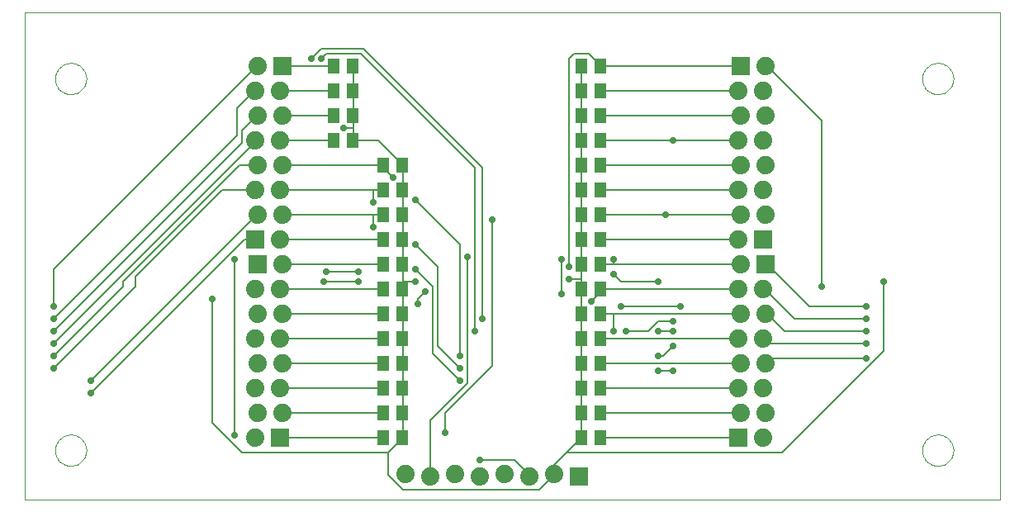
<source format=gbl>
G75*
G70*
%OFA0B0*%
%FSLAX24Y24*%
%IPPOS*%
%LPD*%
%AMOC8*
5,1,8,0,0,1.08239X$1,22.5*
%
%ADD10C,0.0000*%
%ADD11R,0.0740X0.0740*%
%ADD12C,0.0740*%
%ADD13R,0.0512X0.0591*%
%ADD14C,0.0080*%
%ADD15OC8,0.0240*%
D10*
X000100Y000100D02*
X039470Y000100D01*
X039470Y019785D01*
X000100Y019785D01*
X000100Y000100D01*
X001340Y002100D02*
X001342Y002150D01*
X001348Y002200D01*
X001358Y002249D01*
X001372Y002297D01*
X001389Y002344D01*
X001410Y002389D01*
X001435Y002433D01*
X001463Y002474D01*
X001495Y002513D01*
X001529Y002550D01*
X001566Y002584D01*
X001606Y002614D01*
X001648Y002641D01*
X001692Y002665D01*
X001738Y002686D01*
X001785Y002702D01*
X001833Y002715D01*
X001883Y002724D01*
X001932Y002729D01*
X001983Y002730D01*
X002033Y002727D01*
X002082Y002720D01*
X002131Y002709D01*
X002179Y002694D01*
X002225Y002676D01*
X002270Y002654D01*
X002313Y002628D01*
X002354Y002599D01*
X002393Y002567D01*
X002429Y002532D01*
X002461Y002494D01*
X002491Y002454D01*
X002518Y002411D01*
X002541Y002367D01*
X002560Y002321D01*
X002576Y002273D01*
X002588Y002224D01*
X002596Y002175D01*
X002600Y002125D01*
X002600Y002075D01*
X002596Y002025D01*
X002588Y001976D01*
X002576Y001927D01*
X002560Y001879D01*
X002541Y001833D01*
X002518Y001789D01*
X002491Y001746D01*
X002461Y001706D01*
X002429Y001668D01*
X002393Y001633D01*
X002354Y001601D01*
X002313Y001572D01*
X002270Y001546D01*
X002225Y001524D01*
X002179Y001506D01*
X002131Y001491D01*
X002082Y001480D01*
X002033Y001473D01*
X001983Y001470D01*
X001932Y001471D01*
X001883Y001476D01*
X001833Y001485D01*
X001785Y001498D01*
X001738Y001514D01*
X001692Y001535D01*
X001648Y001559D01*
X001606Y001586D01*
X001566Y001616D01*
X001529Y001650D01*
X001495Y001687D01*
X001463Y001726D01*
X001435Y001767D01*
X001410Y001811D01*
X001389Y001856D01*
X001372Y001903D01*
X001358Y001951D01*
X001348Y002000D01*
X001342Y002050D01*
X001340Y002100D01*
X001340Y017100D02*
X001342Y017150D01*
X001348Y017200D01*
X001358Y017249D01*
X001372Y017297D01*
X001389Y017344D01*
X001410Y017389D01*
X001435Y017433D01*
X001463Y017474D01*
X001495Y017513D01*
X001529Y017550D01*
X001566Y017584D01*
X001606Y017614D01*
X001648Y017641D01*
X001692Y017665D01*
X001738Y017686D01*
X001785Y017702D01*
X001833Y017715D01*
X001883Y017724D01*
X001932Y017729D01*
X001983Y017730D01*
X002033Y017727D01*
X002082Y017720D01*
X002131Y017709D01*
X002179Y017694D01*
X002225Y017676D01*
X002270Y017654D01*
X002313Y017628D01*
X002354Y017599D01*
X002393Y017567D01*
X002429Y017532D01*
X002461Y017494D01*
X002491Y017454D01*
X002518Y017411D01*
X002541Y017367D01*
X002560Y017321D01*
X002576Y017273D01*
X002588Y017224D01*
X002596Y017175D01*
X002600Y017125D01*
X002600Y017075D01*
X002596Y017025D01*
X002588Y016976D01*
X002576Y016927D01*
X002560Y016879D01*
X002541Y016833D01*
X002518Y016789D01*
X002491Y016746D01*
X002461Y016706D01*
X002429Y016668D01*
X002393Y016633D01*
X002354Y016601D01*
X002313Y016572D01*
X002270Y016546D01*
X002225Y016524D01*
X002179Y016506D01*
X002131Y016491D01*
X002082Y016480D01*
X002033Y016473D01*
X001983Y016470D01*
X001932Y016471D01*
X001883Y016476D01*
X001833Y016485D01*
X001785Y016498D01*
X001738Y016514D01*
X001692Y016535D01*
X001648Y016559D01*
X001606Y016586D01*
X001566Y016616D01*
X001529Y016650D01*
X001495Y016687D01*
X001463Y016726D01*
X001435Y016767D01*
X001410Y016811D01*
X001389Y016856D01*
X001372Y016903D01*
X001358Y016951D01*
X001348Y017000D01*
X001342Y017050D01*
X001340Y017100D01*
X036340Y017100D02*
X036342Y017150D01*
X036348Y017200D01*
X036358Y017249D01*
X036372Y017297D01*
X036389Y017344D01*
X036410Y017389D01*
X036435Y017433D01*
X036463Y017474D01*
X036495Y017513D01*
X036529Y017550D01*
X036566Y017584D01*
X036606Y017614D01*
X036648Y017641D01*
X036692Y017665D01*
X036738Y017686D01*
X036785Y017702D01*
X036833Y017715D01*
X036883Y017724D01*
X036932Y017729D01*
X036983Y017730D01*
X037033Y017727D01*
X037082Y017720D01*
X037131Y017709D01*
X037179Y017694D01*
X037225Y017676D01*
X037270Y017654D01*
X037313Y017628D01*
X037354Y017599D01*
X037393Y017567D01*
X037429Y017532D01*
X037461Y017494D01*
X037491Y017454D01*
X037518Y017411D01*
X037541Y017367D01*
X037560Y017321D01*
X037576Y017273D01*
X037588Y017224D01*
X037596Y017175D01*
X037600Y017125D01*
X037600Y017075D01*
X037596Y017025D01*
X037588Y016976D01*
X037576Y016927D01*
X037560Y016879D01*
X037541Y016833D01*
X037518Y016789D01*
X037491Y016746D01*
X037461Y016706D01*
X037429Y016668D01*
X037393Y016633D01*
X037354Y016601D01*
X037313Y016572D01*
X037270Y016546D01*
X037225Y016524D01*
X037179Y016506D01*
X037131Y016491D01*
X037082Y016480D01*
X037033Y016473D01*
X036983Y016470D01*
X036932Y016471D01*
X036883Y016476D01*
X036833Y016485D01*
X036785Y016498D01*
X036738Y016514D01*
X036692Y016535D01*
X036648Y016559D01*
X036606Y016586D01*
X036566Y016616D01*
X036529Y016650D01*
X036495Y016687D01*
X036463Y016726D01*
X036435Y016767D01*
X036410Y016811D01*
X036389Y016856D01*
X036372Y016903D01*
X036358Y016951D01*
X036348Y017000D01*
X036342Y017050D01*
X036340Y017100D01*
X036340Y002100D02*
X036342Y002150D01*
X036348Y002200D01*
X036358Y002249D01*
X036372Y002297D01*
X036389Y002344D01*
X036410Y002389D01*
X036435Y002433D01*
X036463Y002474D01*
X036495Y002513D01*
X036529Y002550D01*
X036566Y002584D01*
X036606Y002614D01*
X036648Y002641D01*
X036692Y002665D01*
X036738Y002686D01*
X036785Y002702D01*
X036833Y002715D01*
X036883Y002724D01*
X036932Y002729D01*
X036983Y002730D01*
X037033Y002727D01*
X037082Y002720D01*
X037131Y002709D01*
X037179Y002694D01*
X037225Y002676D01*
X037270Y002654D01*
X037313Y002628D01*
X037354Y002599D01*
X037393Y002567D01*
X037429Y002532D01*
X037461Y002494D01*
X037491Y002454D01*
X037518Y002411D01*
X037541Y002367D01*
X037560Y002321D01*
X037576Y002273D01*
X037588Y002224D01*
X037596Y002175D01*
X037600Y002125D01*
X037600Y002075D01*
X037596Y002025D01*
X037588Y001976D01*
X037576Y001927D01*
X037560Y001879D01*
X037541Y001833D01*
X037518Y001789D01*
X037491Y001746D01*
X037461Y001706D01*
X037429Y001668D01*
X037393Y001633D01*
X037354Y001601D01*
X037313Y001572D01*
X037270Y001546D01*
X037225Y001524D01*
X037179Y001506D01*
X037131Y001491D01*
X037082Y001480D01*
X037033Y001473D01*
X036983Y001470D01*
X036932Y001471D01*
X036883Y001476D01*
X036833Y001485D01*
X036785Y001498D01*
X036738Y001514D01*
X036692Y001535D01*
X036648Y001559D01*
X036606Y001586D01*
X036566Y001616D01*
X036529Y001650D01*
X036495Y001687D01*
X036463Y001726D01*
X036435Y001767D01*
X036410Y001811D01*
X036389Y001856D01*
X036372Y001903D01*
X036358Y001951D01*
X036348Y002000D01*
X036342Y002050D01*
X036340Y002100D01*
D11*
X028920Y002600D03*
X022470Y001050D03*
X010420Y002600D03*
X009520Y009600D03*
X009420Y010600D03*
X010520Y017600D03*
X029020Y017600D03*
X029920Y010600D03*
X030020Y009600D03*
D12*
X029020Y009600D03*
X028920Y008600D03*
X029920Y008600D03*
X030020Y007600D03*
X029020Y007600D03*
X028920Y006600D03*
X029920Y006600D03*
X030020Y005600D03*
X029020Y005600D03*
X028920Y004600D03*
X029920Y004600D03*
X030020Y003600D03*
X029020Y003600D03*
X029920Y002600D03*
X021470Y001150D03*
X020470Y001050D03*
X019470Y001150D03*
X018470Y001050D03*
X017470Y001150D03*
X016470Y001050D03*
X015470Y001150D03*
X010520Y003600D03*
X009520Y003600D03*
X009420Y002600D03*
X009420Y004600D03*
X010420Y004600D03*
X010520Y005600D03*
X009520Y005600D03*
X009420Y006600D03*
X010420Y006600D03*
X010520Y007600D03*
X009520Y007600D03*
X009420Y008600D03*
X010420Y008600D03*
X010520Y009600D03*
X010420Y010600D03*
X010520Y011600D03*
X009520Y011600D03*
X009420Y012600D03*
X010420Y012600D03*
X010520Y013600D03*
X009520Y013600D03*
X009420Y014600D03*
X010420Y014600D03*
X010520Y015600D03*
X009520Y015600D03*
X009420Y016600D03*
X010420Y016600D03*
X009520Y017600D03*
X028920Y016600D03*
X029920Y016600D03*
X030020Y015600D03*
X029020Y015600D03*
X028920Y014600D03*
X029920Y014600D03*
X030020Y013600D03*
X029020Y013600D03*
X028920Y012600D03*
X029920Y012600D03*
X030020Y011600D03*
X029020Y011600D03*
X028920Y010600D03*
X030020Y017600D03*
D13*
X023344Y017600D03*
X022596Y017600D03*
X022596Y016600D03*
X023344Y016600D03*
X023344Y015600D03*
X022596Y015600D03*
X022596Y014600D03*
X023344Y014600D03*
X023344Y013600D03*
X022596Y013600D03*
X022596Y012600D03*
X023344Y012600D03*
X023344Y011600D03*
X022596Y011600D03*
X022596Y010600D03*
X023344Y010600D03*
X023344Y009600D03*
X022596Y009600D03*
X022596Y008600D03*
X023344Y008600D03*
X023344Y007600D03*
X022596Y007600D03*
X022596Y006600D03*
X023344Y006600D03*
X023344Y005600D03*
X022596Y005600D03*
X022596Y004600D03*
X023344Y004600D03*
X023344Y003600D03*
X022596Y003600D03*
X022596Y002600D03*
X023344Y002600D03*
X015344Y002600D03*
X014596Y002600D03*
X014596Y003600D03*
X015344Y003600D03*
X015344Y004600D03*
X014596Y004600D03*
X014596Y005600D03*
X015344Y005600D03*
X015344Y006600D03*
X014596Y006600D03*
X014596Y007600D03*
X015344Y007600D03*
X015344Y008600D03*
X014596Y008600D03*
X014596Y009600D03*
X015344Y009600D03*
X015344Y010600D03*
X014596Y010600D03*
X014596Y011600D03*
X015344Y011600D03*
X015344Y012600D03*
X014596Y012600D03*
X014596Y013600D03*
X015344Y013600D03*
X013344Y014600D03*
X012596Y014600D03*
X012596Y015600D03*
X013344Y015600D03*
X013344Y016600D03*
X012596Y016600D03*
X012596Y017600D03*
X013344Y017600D03*
D14*
X013370Y017600D01*
X013370Y016600D01*
X013344Y016600D01*
X013370Y016600D01*
X013370Y015600D01*
X013344Y015600D01*
X013370Y015600D01*
X013370Y015100D01*
X012970Y015100D01*
X013370Y015100D02*
X013370Y014600D01*
X013344Y014600D01*
X013370Y014600D01*
X014370Y014600D01*
X015370Y013600D01*
X015344Y013600D01*
X015370Y013600D01*
X015370Y012600D01*
X015344Y012600D01*
X015370Y012600D01*
X015370Y011600D01*
X015344Y011600D01*
X015370Y011600D01*
X015370Y010600D01*
X015344Y010600D01*
X015370Y010600D01*
X015370Y009600D01*
X015344Y009600D01*
X015370Y009600D01*
X015370Y008900D01*
X015870Y008900D01*
X015870Y009400D02*
X016570Y008700D01*
X016570Y006000D01*
X017670Y004900D01*
X017970Y004800D02*
X017970Y009900D01*
X017670Y010400D02*
X015870Y012200D01*
X014970Y013100D02*
X014470Y013600D01*
X014596Y013600D01*
X014470Y013600D01*
X010520Y013600D01*
X009520Y013600D02*
X009470Y013600D01*
X008770Y013600D01*
X004070Y008900D01*
X004070Y008700D01*
X001270Y005900D01*
X001270Y005400D02*
X004570Y008700D01*
X004570Y009100D01*
X008070Y012600D01*
X009370Y012600D01*
X009420Y012600D01*
X010420Y012600D02*
X014170Y012600D01*
X014170Y012100D01*
X014170Y011600D02*
X014170Y011100D01*
X014596Y010600D02*
X010420Y010600D01*
X009420Y010600D02*
X009370Y010600D01*
X008970Y010600D01*
X002770Y004400D01*
X002770Y004900D02*
X009470Y011600D01*
X009520Y011600D01*
X010520Y011600D02*
X014170Y011600D01*
X014596Y011600D01*
X014596Y012600D02*
X014170Y012600D01*
X012596Y014600D02*
X010420Y014600D01*
X009470Y014600D02*
X009420Y014600D01*
X009470Y014600D02*
X001270Y006400D01*
X001270Y006900D02*
X008870Y014500D01*
X008870Y015000D01*
X009470Y015600D01*
X009520Y015600D01*
X010520Y015600D02*
X012596Y015600D01*
X012596Y016600D02*
X010420Y016600D01*
X009420Y016600D02*
X009370Y016600D01*
X008670Y015900D01*
X008670Y014800D01*
X001270Y007400D01*
X001270Y007900D02*
X001270Y009400D01*
X009470Y017600D01*
X009520Y017600D01*
X010470Y017600D02*
X010520Y017600D01*
X010570Y017600D01*
X010520Y017600D01*
X010570Y017600D02*
X012596Y017600D01*
X012270Y018100D02*
X012070Y017900D01*
X012270Y018100D02*
X013670Y018100D01*
X018270Y013500D01*
X018270Y006900D01*
X018570Y007400D02*
X018570Y013500D01*
X013770Y018300D01*
X012070Y018300D01*
X011670Y017900D01*
X022070Y017900D02*
X022270Y018100D01*
X022870Y018100D01*
X023370Y017600D01*
X023344Y017600D01*
X023370Y017600D01*
X029020Y017600D01*
X030020Y017600D02*
X030070Y017600D01*
X032270Y015400D01*
X032270Y008700D01*
X031770Y007900D02*
X030070Y009600D01*
X030020Y009600D01*
X029020Y009600D02*
X023870Y009600D01*
X023870Y009800D01*
X023870Y009600D02*
X023344Y009600D01*
X022596Y009600D02*
X022570Y009600D01*
X022570Y010600D01*
X022596Y010600D01*
X022570Y010600D01*
X022570Y011600D01*
X022596Y011600D01*
X022570Y011600D01*
X022570Y012600D01*
X022596Y012600D01*
X022570Y012600D01*
X022570Y013600D01*
X022596Y013600D01*
X022570Y013600D01*
X022570Y014600D01*
X022596Y014600D01*
X022570Y014600D01*
X022570Y015600D01*
X022596Y015600D01*
X022570Y015600D01*
X022570Y016600D01*
X022596Y016600D01*
X022570Y016600D01*
X022570Y017600D01*
X022596Y017600D01*
X022070Y017900D02*
X022070Y009500D01*
X021770Y009800D02*
X021770Y008400D01*
X022570Y008600D02*
X022596Y008600D01*
X022570Y008600D01*
X022570Y007600D01*
X022596Y007600D01*
X022570Y007600D01*
X022570Y006600D01*
X022596Y006600D01*
X022570Y006600D01*
X022570Y005600D01*
X022596Y005600D01*
X022570Y005600D01*
X022570Y004600D01*
X022596Y004600D01*
X022570Y004600D01*
X022570Y003600D01*
X022596Y003600D01*
X022570Y003600D01*
X022570Y002600D01*
X022596Y002600D01*
X022570Y002600D01*
X021970Y002000D01*
X030670Y002000D01*
X034770Y006100D01*
X034770Y008900D01*
X034070Y007900D02*
X031770Y007900D01*
X031170Y007400D02*
X029970Y008600D01*
X029920Y008600D01*
X028920Y008600D02*
X023470Y008600D01*
X023344Y008600D01*
X023470Y008600D01*
X022970Y008100D01*
X023344Y007600D02*
X023870Y007600D01*
X023870Y006900D01*
X024370Y006900D02*
X025270Y006900D01*
X025670Y007300D01*
X026270Y007300D01*
X026270Y006900D02*
X025670Y006900D01*
X026270Y006300D02*
X025870Y005900D01*
X025670Y005900D01*
X025670Y005300D02*
X026270Y005300D01*
X028920Y004600D02*
X023344Y004600D01*
X023344Y003600D02*
X023470Y003600D01*
X029020Y003600D01*
X028920Y002600D02*
X023344Y002600D01*
X021970Y002000D02*
X021470Y001500D01*
X021470Y001200D01*
X021470Y001150D01*
X021470Y001100D01*
X020870Y000500D01*
X015370Y000500D01*
X014770Y001100D01*
X014770Y002000D01*
X015370Y002600D01*
X015344Y002600D01*
X015370Y002600D01*
X015370Y003600D01*
X015344Y003600D01*
X015370Y003600D01*
X015370Y004600D01*
X015344Y004600D01*
X015370Y004600D01*
X015370Y005600D01*
X015344Y005600D01*
X015370Y005600D01*
X015370Y006600D01*
X015344Y006600D01*
X015370Y006600D01*
X015370Y007600D01*
X015344Y007600D01*
X015370Y007600D01*
X015370Y008600D01*
X015344Y008600D01*
X015370Y008600D01*
X015370Y008900D01*
X014596Y008600D02*
X010420Y008600D01*
X012170Y008900D02*
X013570Y008900D01*
X013570Y009300D02*
X012270Y009300D01*
X010520Y009600D02*
X014596Y009600D01*
X015870Y010400D02*
X016770Y009500D01*
X016770Y006300D01*
X017670Y005400D01*
X017670Y005900D02*
X017670Y010400D01*
X018970Y011400D02*
X018970Y005500D01*
X017070Y003600D01*
X017070Y002800D01*
X016470Y003300D02*
X017970Y004800D01*
X016470Y003300D02*
X016470Y001100D01*
X016470Y001050D01*
X014770Y002000D02*
X008870Y002000D01*
X007670Y003200D01*
X007670Y008200D01*
X010520Y007600D02*
X014596Y007600D01*
X015970Y008000D02*
X015970Y008200D01*
X016270Y008500D01*
X014596Y006600D02*
X010420Y006600D01*
X010520Y005600D02*
X014596Y005600D01*
X014596Y004600D02*
X010420Y004600D01*
X010520Y003600D02*
X014596Y003600D01*
X014596Y002600D02*
X010420Y002600D01*
X008570Y002700D02*
X008570Y009800D01*
X022070Y009000D02*
X022570Y009000D01*
X022570Y008600D01*
X022570Y009000D02*
X022570Y009600D01*
X022596Y009600D01*
X023870Y009200D02*
X024170Y008900D01*
X025670Y008900D01*
X026570Y007900D02*
X024170Y007900D01*
X023870Y007600D02*
X029020Y007600D01*
X030020Y007600D02*
X030070Y007600D01*
X030770Y006900D01*
X034070Y006900D01*
X034070Y006400D02*
X030170Y006400D01*
X029970Y006600D01*
X029920Y006600D01*
X028920Y006600D02*
X023344Y006600D01*
X023344Y005600D02*
X029020Y005600D01*
X030020Y005600D02*
X030070Y005600D01*
X030270Y005800D01*
X034070Y005800D01*
X034070Y007400D02*
X031170Y007400D01*
X028920Y010600D02*
X023344Y010600D01*
X023344Y011600D02*
X025970Y011600D01*
X029020Y011600D01*
X028920Y012600D02*
X023344Y012600D01*
X023344Y013600D02*
X029020Y013600D01*
X028920Y014600D02*
X026270Y014600D01*
X023344Y014600D01*
X023344Y015600D02*
X029020Y015600D01*
X028920Y016600D02*
X023344Y016600D01*
X019870Y001700D02*
X018470Y001700D01*
X019870Y001700D02*
X020470Y001100D01*
X020470Y001050D01*
D15*
X018470Y001700D03*
X017070Y002800D03*
X017670Y004900D03*
X017670Y005400D03*
X017670Y005900D03*
X018270Y006900D03*
X018570Y007400D03*
X016270Y008500D03*
X015870Y008900D03*
X015870Y009400D03*
X015870Y010400D03*
X014170Y011100D03*
X014170Y012100D03*
X014970Y013100D03*
X015870Y012200D03*
X018970Y011400D03*
X017970Y009900D03*
X015970Y008000D03*
X013570Y008900D03*
X013570Y009300D03*
X012270Y009300D03*
X012170Y008900D03*
X008570Y009800D03*
X007670Y008200D03*
X001270Y007900D03*
X001270Y007400D03*
X001270Y006900D03*
X001270Y006400D03*
X001270Y005900D03*
X001270Y005400D03*
X002770Y004900D03*
X002770Y004400D03*
X008570Y002700D03*
X021770Y008400D03*
X022070Y009000D03*
X022070Y009500D03*
X021770Y009800D03*
X023870Y009800D03*
X023870Y009200D03*
X025670Y008900D03*
X026570Y007900D03*
X026270Y007300D03*
X026270Y006900D03*
X025670Y006900D03*
X026270Y006300D03*
X025670Y005900D03*
X025670Y005300D03*
X026270Y005300D03*
X024370Y006900D03*
X023870Y006900D03*
X024170Y007900D03*
X022970Y008100D03*
X025970Y011600D03*
X026270Y014600D03*
X034770Y008900D03*
X034070Y007900D03*
X034070Y007400D03*
X034070Y006900D03*
X034070Y006400D03*
X034070Y005800D03*
X032270Y008700D03*
X012970Y015100D03*
X012070Y017900D03*
X011670Y017900D03*
M02*

</source>
